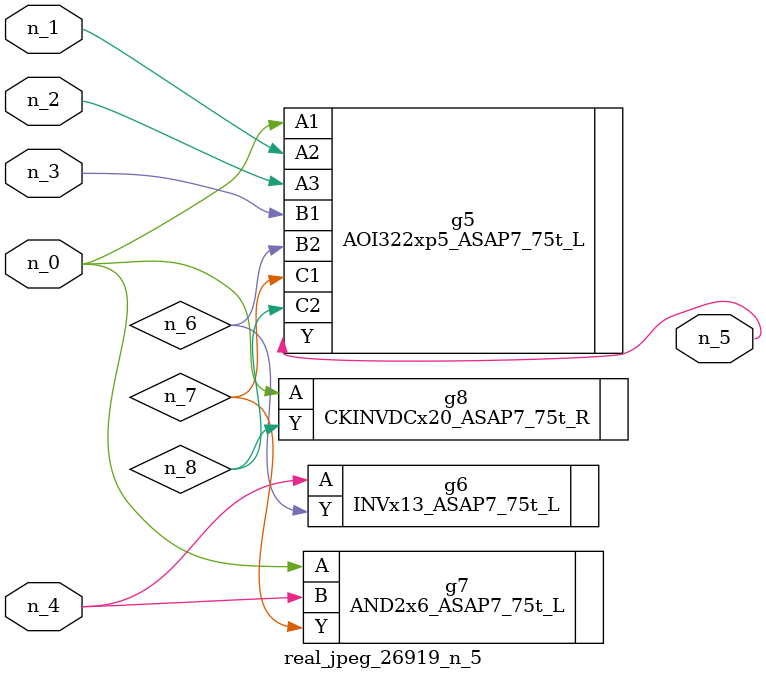
<source format=v>
module real_jpeg_26919_n_5 (n_4, n_0, n_1, n_2, n_3, n_5);

input n_4;
input n_0;
input n_1;
input n_2;
input n_3;

output n_5;

wire n_8;
wire n_6;
wire n_7;

AOI322xp5_ASAP7_75t_L g5 ( 
.A1(n_0),
.A2(n_1),
.A3(n_2),
.B1(n_3),
.B2(n_6),
.C1(n_7),
.C2(n_8),
.Y(n_5)
);

AND2x6_ASAP7_75t_L g7 ( 
.A(n_0),
.B(n_4),
.Y(n_7)
);

CKINVDCx20_ASAP7_75t_R g8 ( 
.A(n_0),
.Y(n_8)
);

INVx13_ASAP7_75t_L g6 ( 
.A(n_4),
.Y(n_6)
);


endmodule
</source>
